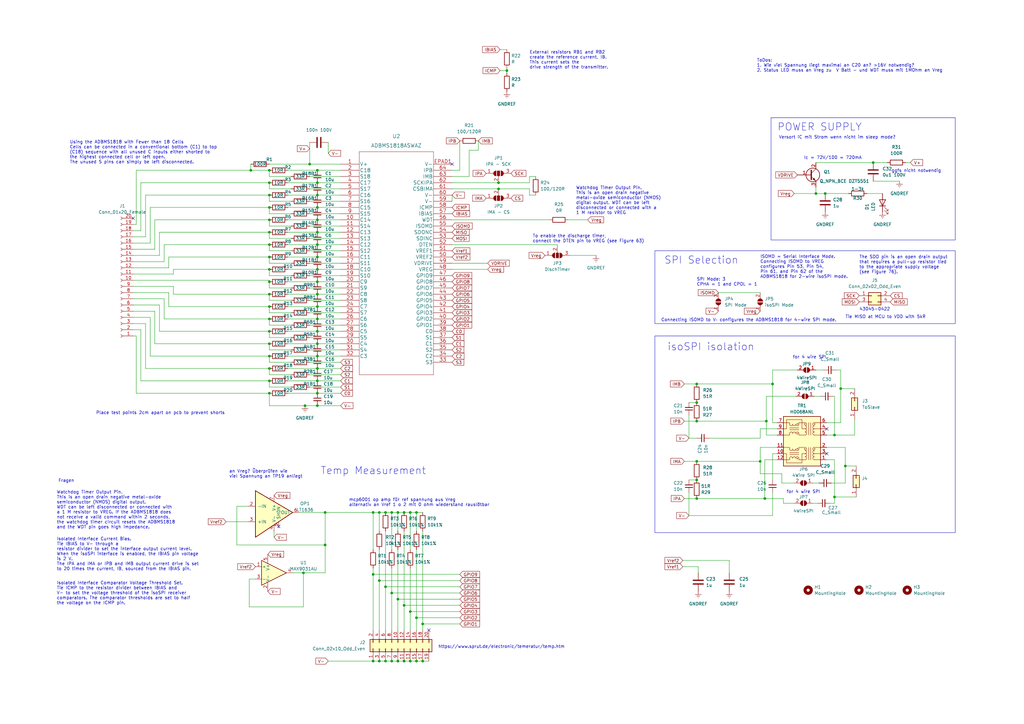
<source format=kicad_sch>
(kicad_sch (version 20230121) (generator eeschema)
  (paper "A3")
  (junction (at 130.175 161.29))
  (junction (at 163.195 245.745))
  (junction (at 110.49 115.57))
  (junction (at 163.195 210.185))
  (junction (at 127 67.31))
  (junction (at 110.49 135.89))
  (junction (at 110.49 105.41))
  (junction (at 168.275 271.145))
  (junction (at 110.49 69.85))
  (junction (at 334.645 79.375))
  (junction (at 130.175 90.17))
  (junction (at 110.49 161.29))
  (junction (at 110.49 146.05))
  (junction (at 130.175 125.73))
  (junction (at 168.275 210.185))
  (junction (at 313.69 204.47))
  (junction (at 155.575 271.145))
  (junction (at 130.175 80.01))
  (junction (at 130.175 74.93))
  (junction (at 342.265 178.435))
  (junction (at 110.49 100.33))
  (junction (at 173.355 255.905))
  (junction (at 170.815 271.145))
  (junction (at 110.49 156.21))
  (junction (at 130.175 85.09))
  (junction (at 155.575 210.185))
  (junction (at 311.785 189.23))
  (junction (at 165.735 271.145))
  (junction (at 338.455 79.375))
  (junction (at 110.49 85.09))
  (junction (at 130.175 135.89))
  (junction (at 316.865 157.48))
  (junction (at 133.35 223.52))
  (junction (at 133.35 210.185))
  (junction (at 124.46 234.95))
  (junction (at 130.175 166.37))
  (junction (at 342.265 203.835))
  (junction (at 130.175 100.33))
  (junction (at 130.175 140.97))
  (junction (at 160.655 243.205))
  (junction (at 130.175 130.81))
  (junction (at 110.49 125.73))
  (junction (at 285.75 157.48))
  (junction (at 285.75 172.72))
  (junction (at 110.49 130.81))
  (junction (at 130.175 105.41))
  (junction (at 130.175 156.21))
  (junction (at 285.75 189.23))
  (junction (at 110.49 120.65))
  (junction (at 110.49 140.97))
  (junction (at 110.49 74.93))
  (junction (at 160.655 210.185))
  (junction (at 158.115 240.665))
  (junction (at 204.47 77.47))
  (junction (at 165.735 248.285))
  (junction (at 346.71 191.135))
  (junction (at 130.175 95.25))
  (junction (at 110.49 151.13))
  (junction (at 110.49 80.01))
  (junction (at 130.175 69.85))
  (junction (at 130.175 146.05))
  (junction (at 170.815 253.365))
  (junction (at 130.175 151.13))
  (junction (at 207.899 28.956))
  (junction (at 102.87 69.85))
  (junction (at 160.655 271.145))
  (junction (at 130.175 115.57))
  (junction (at 170.815 210.185))
  (junction (at 130.175 110.49))
  (junction (at 153.035 271.145))
  (junction (at 168.275 250.825))
  (junction (at 125.095 166.37))
  (junction (at 110.49 95.25))
  (junction (at 158.115 210.185))
  (junction (at 314.325 172.72))
  (junction (at 130.175 120.65))
  (junction (at 163.195 271.145))
  (junction (at 155.575 238.125))
  (junction (at 110.49 110.49))
  (junction (at 285.75 165.1))
  (junction (at 153.035 235.585))
  (junction (at 110.49 90.17))
  (junction (at 285.75 196.85))
  (junction (at 204.47 74.93))
  (junction (at 344.805 159.385))
  (junction (at 153.035 210.185))
  (junction (at 358.14 66.675))
  (junction (at 165.735 210.185))
  (junction (at 285.75 204.47))
  (junction (at 158.115 271.145))
  (junction (at 173.355 271.145))
  (no_connect (at 114.3 215.9))
  (no_connect (at 175.895 258.445))
  (no_connect (at 54.61 89.535))
  (no_connect (at 185.42 67.31))
  (no_connect (at 339.09 186.055))
  (no_connect (at 339.09 175.895))
  (wire (pts (xy 155.575 210.185) (xy 158.115 210.185)))
  (wire (pts (xy 102.87 69.85) (xy 102.87 67.31)))
  (wire (pts (xy 59.69 151.13) (xy 59.69 132.715)))
  (wire (pts (xy 57.785 135.255) (xy 57.785 156.21)))
  (wire (pts (xy 336.55 162.56) (xy 334.01 162.56)))
  (wire (pts (xy 320.675 198.12) (xy 320.675 194.31)))
  (wire (pts (xy 217.17 72.39) (xy 219.71 72.39)))
  (wire (pts (xy 63.5 140.97) (xy 110.49 140.97)))
  (wire (pts (xy 282.575 201.93) (xy 282.575 211.455)))
  (wire (pts (xy 54.61 99.695) (xy 61.595 99.695)))
  (wire (pts (xy 160.655 233.045) (xy 160.655 243.205)))
  (wire (pts (xy 118.11 146.05) (xy 130.175 146.05)))
  (wire (pts (xy 124.46 248.92) (xy 102.235 248.92)))
  (wire (pts (xy 153.035 210.185) (xy 155.575 210.185)))
  (wire (pts (xy 314.325 162.56) (xy 314.325 172.72)))
  (wire (pts (xy 65.405 135.89) (xy 110.49 135.89)))
  (wire (pts (xy 65.405 95.25) (xy 110.49 95.25)))
  (wire (pts (xy 290.83 179.705) (xy 311.785 179.705)))
  (wire (pts (xy 127 148.59) (xy 139.7 148.59)))
  (wire (pts (xy 59.69 80.01) (xy 59.69 97.155)))
  (wire (pts (xy 110.49 85.09) (xy 110.49 87.63)))
  (wire (pts (xy 165.735 248.285) (xy 165.735 258.445)))
  (wire (pts (xy 67.31 130.81) (xy 110.49 130.81)))
  (wire (pts (xy 160.655 243.205) (xy 188.595 243.205)))
  (wire (pts (xy 118.11 110.49) (xy 130.175 110.49)))
  (wire (pts (xy 371.475 66.675) (xy 373.38 66.675)))
  (wire (pts (xy 67.31 100.33) (xy 67.31 107.315)))
  (wire (pts (xy 54.61 92.075) (xy 55.88 92.075)))
  (wire (pts (xy 127 102.87) (xy 139.7 102.87)))
  (wire (pts (xy 110.49 113.03) (xy 119.38 113.03)))
  (wire (pts (xy 219.71 80.01) (xy 217.17 80.01)))
  (wire (pts (xy 110.49 130.81) (xy 110.49 133.35)))
  (wire (pts (xy 134.62 58.42) (xy 134.62 62.865)))
  (wire (pts (xy 346.71 191.135) (xy 346.71 198.12)))
  (wire (pts (xy 118.11 130.81) (xy 130.175 130.81)))
  (wire (pts (xy 160.655 210.185) (xy 160.655 225.425)))
  (wire (pts (xy 280.67 204.47) (xy 285.75 204.47)))
  (wire (pts (xy 158.115 217.805) (xy 158.115 240.665)))
  (wire (pts (xy 124.46 234.95) (xy 120.015 234.95)))
  (wire (pts (xy 110.49 100.33) (xy 110.49 102.87)))
  (wire (pts (xy 158.115 271.145) (xy 160.655 271.145)))
  (wire (pts (xy 163.195 245.745) (xy 188.595 245.745)))
  (wire (pts (xy 110.49 125.73) (xy 110.49 128.27)))
  (wire (pts (xy 165.735 217.805) (xy 165.735 248.285)))
  (wire (pts (xy 110.49 90.17) (xy 110.49 92.71)))
  (wire (pts (xy 65.405 125.095) (xy 65.405 135.89)))
  (wire (pts (xy 185.42 100.33) (xy 228.6 100.33)))
  (wire (pts (xy 160.655 271.145) (xy 163.195 271.145)))
  (wire (pts (xy 130.175 146.05) (xy 139.7 146.05)))
  (wire (pts (xy 311.785 175.895) (xy 318.77 175.895)))
  (wire (pts (xy 192.405 61.595) (xy 196.215 61.595)))
  (wire (pts (xy 165.735 271.145) (xy 168.275 271.145)))
  (wire (pts (xy 335.915 198.12) (xy 333.375 198.12)))
  (wire (pts (xy 170.815 210.185) (xy 173.355 210.185)))
  (wire (pts (xy 130.175 151.13) (xy 139.7 151.13)))
  (wire (pts (xy 173.355 255.905) (xy 188.595 255.905)))
  (wire (pts (xy 55.88 161.29) (xy 110.49 161.29)))
  (wire (pts (xy 155.575 238.125) (xy 188.595 238.125)))
  (wire (pts (xy 280.67 157.48) (xy 285.75 157.48)))
  (wire (pts (xy 342.9 151.765) (xy 344.805 151.765)))
  (wire (pts (xy 170.815 225.425) (xy 170.815 253.365)))
  (wire (pts (xy 285.75 189.23) (xy 311.785 189.23)))
  (wire (pts (xy 204.47 77.47) (xy 217.17 77.47)))
  (wire (pts (xy 127 143.51) (xy 139.7 143.51)))
  (wire (pts (xy 185.42 110.49) (xy 200.025 110.49)))
  (wire (pts (xy 110.49 77.47) (xy 119.38 77.47)))
  (wire (pts (xy 285.75 157.48) (xy 316.865 157.48)))
  (wire (pts (xy 163.195 245.745) (xy 163.195 258.445)))
  (wire (pts (xy 110.49 72.39) (xy 119.38 72.39)))
  (wire (pts (xy 314.325 178.435) (xy 314.325 172.72)))
  (wire (pts (xy 54.61 125.095) (xy 65.405 125.095)))
  (wire (pts (xy 311.785 179.705) (xy 311.785 175.895)))
  (wire (pts (xy 170.815 253.365) (xy 170.815 258.445)))
  (wire (pts (xy 160.655 243.205) (xy 160.655 258.445)))
  (wire (pts (xy 350.52 178.435) (xy 350.52 172.085)))
  (wire (pts (xy 355.6 79.375) (xy 361.95 79.375)))
  (wire (pts (xy 127 87.63) (xy 139.7 87.63)))
  (wire (pts (xy 71.12 112.395) (xy 54.61 112.395)))
  (wire (pts (xy 110.49 148.59) (xy 119.38 148.59)))
  (wire (pts (xy 65.405 104.775) (xy 65.405 95.25)))
  (wire (pts (xy 173.355 217.805) (xy 173.355 255.905)))
  (wire (pts (xy 110.49 135.89) (xy 110.49 138.43)))
  (wire (pts (xy 163.195 271.145) (xy 165.735 271.145)))
  (wire (pts (xy 316.865 151.765) (xy 316.865 157.48)))
  (wire (pts (xy 63.5 127.635) (xy 54.61 127.635)))
  (wire (pts (xy 59.69 151.13) (xy 110.49 151.13)))
  (wire (pts (xy 285.75 204.47) (xy 313.69 204.47)))
  (wire (pts (xy 185.42 80.01) (xy 185.42 82.55)))
  (wire (pts (xy 168.275 210.185) (xy 170.815 210.185)))
  (wire (pts (xy 133.35 210.185) (xy 133.35 223.52)))
  (wire (pts (xy 344.805 173.355) (xy 344.805 159.385)))
  (wire (pts (xy 163.195 210.185) (xy 163.195 217.805)))
  (wire (pts (xy 118.11 115.57) (xy 130.175 115.57)))
  (wire (pts (xy 118.11 80.01) (xy 130.175 80.01)))
  (wire (pts (xy 173.355 255.905) (xy 173.355 258.445)))
  (wire (pts (xy 125.095 166.37) (xy 130.175 166.37)))
  (wire (pts (xy 168.275 210.185) (xy 168.275 225.425)))
  (wire (pts (xy 54.61 130.175) (xy 61.595 130.175)))
  (wire (pts (xy 127 92.71) (xy 139.7 92.71)))
  (wire (pts (xy 334.645 79.375) (xy 338.455 79.375)))
  (wire (pts (xy 55.88 92.075) (xy 55.88 69.85)))
  (wire (pts (xy 54.61 94.615) (xy 57.785 94.615)))
  (wire (pts (xy 185.42 107.95) (xy 200.025 107.95)))
  (wire (pts (xy 110.49 161.29) (xy 110.49 166.37)))
  (wire (pts (xy 127 67.31) (xy 139.7 67.31)))
  (wire (pts (xy 67.31 130.81) (xy 67.31 122.555)))
  (wire (pts (xy 205.105 28.956) (xy 207.899 28.956)))
  (wire (pts (xy 153.035 271.145) (xy 155.575 271.145)))
  (wire (pts (xy 318.77 178.435) (xy 314.325 178.435)))
  (wire (pts (xy 326.39 162.56) (xy 314.325 162.56)))
  (wire (pts (xy 217.17 80.01) (xy 217.17 77.47)))
  (wire (pts (xy 130.175 156.21) (xy 139.7 156.21)))
  (wire (pts (xy 110.49 115.57) (xy 110.49 118.11)))
  (wire (pts (xy 334.645 79.375) (xy 334.645 76.835)))
  (wire (pts (xy 185.42 72.39) (xy 192.405 72.39)))
  (wire (pts (xy 342.265 206.375) (xy 340.36 206.375)))
  (wire (pts (xy 110.49 133.35) (xy 119.38 133.35)))
  (wire (pts (xy 110.49 92.71) (xy 119.38 92.71)))
  (wire (pts (xy 342.265 203.835) (xy 342.265 206.375)))
  (wire (pts (xy 61.595 130.175) (xy 61.595 146.05)))
  (wire (pts (xy 160.655 210.185) (xy 163.195 210.185)))
  (wire (pts (xy 338.455 79.375) (xy 347.98 79.375)))
  (wire (pts (xy 127 97.79) (xy 139.7 97.79)))
  (wire (pts (xy 153.035 235.585) (xy 153.035 258.445)))
  (wire (pts (xy 127 158.75) (xy 139.7 158.75)))
  (wire (pts (xy 185.42 90.17) (xy 225.425 90.17)))
  (wire (pts (xy 110.49 69.85) (xy 102.87 69.85)))
  (wire (pts (xy 55.88 69.85) (xy 102.87 69.85)))
  (wire (pts (xy 130.175 80.01) (xy 139.7 80.01)))
  (wire (pts (xy 163.195 225.425) (xy 163.195 245.745)))
  (wire (pts (xy 346.71 191.135) (xy 351.155 191.135)))
  (wire (pts (xy 55.88 137.795) (xy 54.61 137.795)))
  (wire (pts (xy 155.575 238.125) (xy 155.575 258.445)))
  (wire (pts (xy 130.175 110.49) (xy 139.7 110.49)))
  (wire (pts (xy 110.49 97.79) (xy 119.38 97.79)))
  (wire (pts (xy 205.105 20.32) (xy 207.899 20.32)))
  (wire (pts (xy 63.5 90.17) (xy 63.5 102.235)))
  (wire (pts (xy 118.11 100.33) (xy 130.175 100.33)))
  (wire (pts (xy 280.67 189.23) (xy 285.75 189.23)))
  (wire (pts (xy 185.42 77.47) (xy 204.47 77.47)))
  (wire (pts (xy 110.49 158.75) (xy 119.38 158.75)))
  (wire (pts (xy 280.67 172.72) (xy 285.75 172.72)))
  (wire (pts (xy 185.42 74.93) (xy 204.47 74.93)))
  (wire (pts (xy 110.49 118.11) (xy 119.38 118.11)))
  (wire (pts (xy 118.11 125.73) (xy 130.175 125.73)))
  (wire (pts (xy 110.49 138.43) (xy 119.38 138.43)))
  (wire (pts (xy 61.595 99.695) (xy 61.595 85.09)))
  (wire (pts (xy 207.899 28.956) (xy 207.899 29.972)))
  (wire (pts (xy 188.595 57.785) (xy 188.595 69.85)))
  (wire (pts (xy 342.265 188.595) (xy 339.09 188.595)))
  (wire (pts (xy 127 113.03) (xy 139.7 113.03)))
  (wire (pts (xy 130.175 90.17) (xy 139.7 90.17)))
  (wire (pts (xy 54.61 114.935) (xy 110.49 114.935)))
  (wire (pts (xy 127 72.39) (xy 139.7 72.39)))
  (wire (pts (xy 71.12 120.65) (xy 71.12 117.475)))
  (wire (pts (xy 155.575 210.185) (xy 155.575 217.805)))
  (wire (pts (xy 127 133.35) (xy 139.7 133.35)))
  (wire (pts (xy 130.175 166.37) (xy 139.7 166.37)))
  (wire (pts (xy 217.17 74.93) (xy 217.17 72.39)))
  (wire (pts (xy 311.785 183.515) (xy 318.77 183.515)))
  (wire (pts (xy 118.11 135.89) (xy 130.175 135.89)))
  (wire (pts (xy 118.11 90.17) (xy 130.175 90.17)))
  (wire (pts (xy 170.815 271.145) (xy 173.355 271.145)))
  (wire (pts (xy 110.49 128.27) (xy 119.38 128.27)))
  (wire (pts (xy 102.235 248.92) (xy 102.235 237.49)))
  (wire (pts (xy 127 123.19) (xy 139.7 123.19)))
  (wire (pts (xy 285.75 172.72) (xy 314.325 172.72)))
  (wire (pts (xy 130.175 120.65) (xy 139.7 120.65)))
  (wire (pts (xy 97.155 207.645) (xy 101.6 207.645)))
  (wire (pts (xy 110.49 102.87) (xy 119.38 102.87)))
  (wire (pts (xy 318.77 188.595) (xy 313.69 188.595)))
  (wire (pts (xy 118.11 156.21) (xy 130.175 156.21)))
  (wire (pts (xy 110.49 156.21) (xy 110.49 158.75)))
  (wire (pts (xy 334.645 151.765) (xy 337.82 151.765)))
  (wire (pts (xy 339.09 173.355) (xy 344.805 173.355)))
  (wire (pts (xy 57.785 156.21) (xy 110.49 156.21)))
  (wire (pts (xy 110.49 114.935) (xy 110.49 115.57)))
  (wire (pts (xy 280.035 232.41) (xy 286.385 232.41)))
  (wire (pts (xy 286.385 232.41) (xy 286.385 234.95)))
  (wire (pts (xy 110.49 107.95) (xy 119.38 107.95)))
  (wire (pts (xy 325.755 206.375) (xy 321.31 206.375)))
  (wire (pts (xy 130.175 140.97) (xy 139.7 140.97)))
  (wire (pts (xy 63.5 102.235) (xy 54.61 102.235)))
  (wire (pts (xy 110.49 80.01) (xy 110.49 82.55)))
  (wire (pts (xy 69.215 105.41) (xy 69.215 109.855)))
  (wire (pts (xy 158.115 210.185) (xy 160.655 210.185)))
  (wire (pts (xy 170.815 210.185) (xy 170.815 217.805)))
  (wire (pts (xy 325.755 198.12) (xy 320.675 198.12)))
  (wire (pts (xy 155.575 271.145) (xy 158.115 271.145)))
  (wire (pts (xy 59.69 80.01) (xy 110.49 80.01)))
  (wire (pts (xy 67.31 122.555) (xy 54.61 122.555)))
  (wire (pts (xy 130.175 95.25) (xy 139.7 95.25)))
  (wire (pts (xy 71.12 110.49) (xy 110.49 110.49)))
  (wire (pts (xy 133.35 210.185) (xy 153.035 210.185)))
  (wire (pts (xy 63.5 90.17) (xy 110.49 90.17)))
  (wire (pts (xy 282.575 179.705) (xy 285.75 179.705)))
  (wire (pts (xy 282.575 196.85) (xy 285.75 196.85)))
  (wire (pts (xy 118.11 95.25) (xy 130.175 95.25)))
  (wire (pts (xy 313.69 188.595) (xy 313.69 204.47)))
  (wire (pts (xy 192.405 72.39) (xy 192.405 61.595)))
  (wire (pts (xy 59.69 132.715) (xy 54.61 132.715)))
  (wire (pts (xy 63.5 140.97) (xy 63.5 127.635)))
  (wire (pts (xy 316.865 196.85) (xy 316.865 186.055)))
  (wire (pts (xy 102.235 237.49) (xy 104.775 237.49)))
  (wire (pts (xy 127 82.55) (xy 139.7 82.55)))
  (wire (pts (xy 110.49 140.97) (xy 110.49 143.51)))
  (wire (pts (xy 316.865 211.455) (xy 282.575 211.455)))
  (wire (pts (xy 125.095 166.37) (xy 110.49 166.37)))
  (wire (pts (xy 316.865 173.355) (xy 318.77 173.355)))
  (wire (pts (xy 127 153.67) (xy 139.7 153.67)))
  (wire (pts (xy 155.575 225.425) (xy 155.575 238.125)))
  (wire (pts (xy 165.735 248.285) (xy 188.595 248.285)))
  (wire (pts (xy 118.11 69.85) (xy 130.175 69.85)))
  (wire (pts (xy 294.64 120.015) (xy 311.785 120.015)))
  (wire (pts (xy 130.175 74.93) (xy 139.7 74.93)))
  (wire (pts (xy 130.175 135.89) (xy 139.7 135.89)))
  (wire (pts (xy 153.035 233.045) (xy 153.035 235.585)))
  (wire (pts (xy 342.265 178.435) (xy 350.52 178.435)))
  (wire (pts (xy 130.175 105.41) (xy 139.7 105.41)))
  (wire (pts (xy 69.215 105.41) (xy 110.49 105.41)))
  (wire (pts (xy 118.11 85.09) (xy 130.175 85.09)))
  (wire (pts (xy 118.11 151.13) (xy 130.175 151.13)))
  (wire (pts (xy 321.31 204.47) (xy 313.69 204.47)))
  (wire (pts (xy 134.62 271.145) (xy 153.035 271.145)))
  (wire (pts (xy 335.28 206.375) (xy 333.375 206.375)))
  (wire (pts (xy 342.265 203.835) (xy 342.265 188.595)))
  (wire (pts (xy 110.49 151.13) (xy 110.49 153.67)))
  (wire (pts (xy 204.47 74.93) (xy 217.17 74.93)))
  (wire (pts (xy 163.195 210.185) (xy 165.735 210.185)))
  (wire (pts (xy 173.355 271.145) (xy 175.895 271.145)))
  (wire (pts (xy 207.899 28.956) (xy 207.899 27.94)))
  (wire (pts (xy 67.31 100.33) (xy 110.49 100.33)))
  (wire (pts (xy 110.49 105.41) (xy 110.49 107.95)))
  (wire (pts (xy 233.68 104.775) (xy 244.475 104.775)))
  (wire (pts (xy 358.14 66.675) (xy 363.855 66.675)))
  (wire (pts (xy 110.49 143.51) (xy 119.38 143.51)))
  (wire (pts (xy 196.215 61.595) (xy 196.215 57.785)))
  (wire (pts (xy 316.865 157.48) (xy 316.865 173.355)))
  (wire (pts (xy 228.6 100.33) (xy 228.6 100.965)))
  (wire (pts (xy 110.49 95.25) (xy 110.49 97.79)))
  (wire (pts (xy 97.155 223.52) (xy 133.35 223.52)))
  (wire (pts (xy 170.815 253.365) (xy 188.595 253.365)))
  (wire (pts (xy 127 118.11) (xy 139.7 118.11)))
  (wire (pts (xy 339.09 178.435) (xy 342.265 178.435)))
  (wire (pts (xy 130.175 100.33) (xy 139.7 100.33)))
  (wire (pts (xy 69.215 120.015) (xy 54.61 120.015)))
  (wire (pts (xy 188.595 69.85) (xy 185.42 69.85)))
  (wire (pts (xy 127 107.95) (xy 139.7 107.95)))
  (wire (pts (xy 334.645 66.675) (xy 358.14 66.675)))
  (wire (pts (xy 168.275 250.825) (xy 168.275 258.445)))
  (wire (pts (xy 110.49 69.85) (xy 110.49 72.39)))
  (wire (pts (xy 110.49 67.31) (xy 127 67.31)))
  (wire (pts (xy 61.595 85.09) (xy 110.49 85.09)))
  (wire (pts (xy 299.085 229.87) (xy 299.085 234.95)))
  (wire (pts (xy 69.215 109.855) (xy 54.61 109.855)))
  (wire (pts (xy 339.09 183.515) (xy 346.71 183.515)))
  (wire (pts (xy 110.49 123.19) (xy 119.38 123.19)))
  (wire (pts (xy 153.035 225.425) (xy 153.035 210.185)))
  (wire (pts (xy 280.035 229.87) (xy 299.085 229.87)))
  (wire (pts (xy 118.11 140.97) (xy 130.175 140.97)))
  (wire (pts (xy 133.35 223.52) (xy 133.35 234.95)))
  (wire (pts (xy 158.115 240.665) (xy 158.115 258.445)))
  (wire (pts (xy 168.275 250.825) (xy 188.595 250.825)))
  (wire (pts (xy 233.045 90.17) (xy 241.046 90.17)))
  (wire (pts (xy 61.595 146.05) (xy 110.49 146.05)))
  (wire (pts (xy 158.115 240.665) (xy 188.595 240.665)))
  (wire (pts (xy 342.265 162.56) (xy 341.63 162.56)))
  (wire (pts (xy 71.12 110.49) (xy 71.12 112.395)))
  (wire (pts (xy 110.49 153.67) (xy 119.38 153.67)))
  (wire (pts (xy 57.785 74.93) (xy 110.49 74.93)))
  (wire (pts (xy 130.175 85.09) (xy 139.7 85.09)))
  (wire (pts (xy 130.175 125.73) (xy 139.7 125.73)))
  (wire (pts (xy 130.175 69.85) (xy 139.7 69.85)))
  (wire (pts (xy 92.71 213.995) (xy 101.6 213.995)))
  (wire (pts (xy 54.61 135.255) (xy 57.785 135.255)))
  (wire (pts (xy 57.785 74.93) (xy 57.785 94.615)))
  (wire (pts (xy 110.49 87.63) (xy 119.38 87.63)))
  (wire (pts (xy 316.865 201.93) (xy 316.865 211.455)))
  (wire (pts (xy 282.575 170.18) (xy 282.575 179.705)))
  (wire (pts (xy 321.31 206.375) (xy 321.31 204.47)))
  (wire (pts (xy 311.785 194.31) (xy 311.785 189.23)))
  (wire (pts (xy 54.61 104.775) (xy 65.405 104.775)))
  (wire (pts (xy 342.265 203.835) (xy 351.155 203.835)))
  (wire (pts (xy 71.12 117.475) (xy 54.61 117.475)))
  (wire (pts (xy 127 77.47) (xy 139.7 77.47)))
  (wire (pts (xy 344.805 151.765) (xy 344.805 159.385)))
  (wire (pts (xy 350.52 159.385) (xy 344.805 159.385)))
  (wire (pts (xy 97.155 223.52) (xy 97.155 207.645)))
  (wire (pts (xy 118.11 105.41) (xy 130.175 105.41)))
  (wire (pts (xy 110.49 74.93) (xy 110.49 77.47)))
  (wire (pts (xy 69.215 125.73) (xy 110.49 125.73)))
  (wire (pts (xy 165.735 210.185) (xy 168.275 210.185)))
  (wire (pts (xy 110.49 82.55) (xy 119.38 82.55)))
  (wire (pts (xy 130.175 130.81) (xy 139.7 130.81)))
  (wire (pts (xy 342.265 178.435) (xy 342.265 162.56)))
  (wire (pts (xy 346.71 198.12) (xy 340.995 198.12)))
  (wire (pts (xy 110.49 120.65) (xy 110.49 123.19)))
  (wire (pts (xy 282.575 165.1) (xy 285.75 165.1)))
  (wire (pts (xy 69.215 125.73) (xy 69.215 120.015)))
  (wire (pts (xy 325.755 79.375) (xy 334.645 79.375)))
  (wire (pts (xy 110.49 110.49) (xy 110.49 113.03)))
  (wire (pts (xy 127 138.43) (xy 139.7 138.43)))
  (wire (pts (xy 124.46 234.95) (xy 124.46 248.92)))
  (wire (pts (xy 71.12 120.65) (xy 110.49 120.65)))
  (wire (pts (xy 127 128.27) (xy 139.7 128.27)))
  (wire (pts (xy 168.275 233.045) (xy 168.275 250.825)))
  (wire (pts (xy 112.395 217.805) (xy 112.395 220.345)))
  (wire (pts (xy 122.555 210.185) (xy 133.35 210.185)))
  (wire (pts (xy 110.49 146.05) (xy 110.49 148.59)))
  (wire (pts (xy 67.31 107.315) (xy 54.61 107.315)))
  (wire (pts (xy 320.675 194.31) (xy 311.785 194.31)))
  (wire (pts (xy 130.175 161.29) (xy 139.7 161.29)))
  (wire (pts (xy 327.025 151.765) (xy 316.865 151.765)))
  (wire (pts (xy 346.71 183.515) (xy 346.71 191.135)))
  (wire (pts (xy 153.035 235.585) (xy 188.595 235.585)))
  (wire (pts (xy 118.11 161.29) (xy 130.175 161.29)))
  (wire (pts (xy 118.11 74.93) (xy 130.175 74.93)))
  (wire (pts (xy 311.785 189.23) (xy 311.785 183.515)))
  (wire (pts (xy 358.14 74.295) (xy 368.935 74.295)))
  (wire (pts (xy 316.865 186.055) (xy 318.77 186.055)))
  (wire (pts (xy 54.61 97.155) (xy 59.69 97.155)))
  (wire (pts (xy 127 58.42) (xy 127 67.31)))
  (wire (pts (xy 130.175 115.57) (xy 139.7 115.57)))
  (wire (pts (xy 168.275 271.145) (xy 170.815 271.145)))
  (wire (pts (xy 55.88 161.29) (xy 55.88 137.795)))
  (wire (pts (xy 133.35 234.95) (xy 124.46 234.95)))
  (wire (pts (xy 118.11 120.65) (xy 130.175 120.65)))
  (rectangle (start 268.605 102.87) (end 391.795 132.715))
  (rectangle (start 316.23 48.26) (end 391.795 98.425))
  (rectangle (start 268.605 137.795) (end 391.795 218.44))
  (text "ToDos: \n1. Wie viel Spannung liegt maximal an C20 an? >16V notwendig?\n2. Status LED muss an Vreg zu  V Batt - und WDT muss mit 1MOhm an Vreg\n\n" (at 310.388 31.75 0) (effects (font (size 1.27 1.27)) (justify left bottom)))
  (text "https://www.sprut.de/electronic/temeratur/temp.htm" (at 179.705 266.065 0) (effects (font (size 1.27 1.27)) (justify left bottom)))
  (text "Watchdog Timer Output Pin. \nThis is an open drain negative metal-oxide \nsemiconductor (NMOS) digital output. \nWDT can be left disconnected or connected with \na 1 M resistor to VREG. If the ADBMS1818 does \nnot receive a valid command within 2 seconds, \nthe watchdog timer circuit resets the ADBMS1818 \nand the WDT pin goes high impedance." (at 23.241 217.043 0) (effects (font (size 1.27 1.27)) (justify left bottom)))
  (text "Watchdog Timer Output Pin.\nThis is an open drain negative \nmetal-oxide semiconductor (NMOS)\ndigital output. WDT can be left \ndisconnected or connected with a \n1 M resistor to VREG" (at 236.22 88.138 0) (effects (font (size 1.27 1.27)) (justify left bottom)))
  (text "SPI Selection" (at 272.415 108.585 0) (effects (font (size 3 3)) (justify left bottom)))
  (text "Place test points 2cm apart on pcb to prevent shorts\n" (at 39.37 170.18 0) (effects (font (size 1.27 1.27)) (justify left bottom)))
  (text "POWER SUPPLY" (at 318.77 53.975 0) (effects (font (size 3 3)) (justify left bottom)))
  (text "To enable the discharge timer,\nconnect the DTEN pin to VREG (see Figure 63)" (at 218.44 99.695 0) (effects (font (size 1.27 1.27)) (justify left bottom)))
  (text "Temp Measurement" (at 131.445 194.945 0) (effects (font (size 3 3)) (justify left bottom)))
  (text "SPI Mode: 3\nCPHA = 1 and CPOL = 1\n" (at 285.75 117.475 0) (effects (font (size 1.27 1.27)) (justify left bottom)))
  (text "Isolated Interface Current Bias.\nTie IBIAS to V- through a \nresistor divider to set the interface output current level. \nWhen the isoSPI interface is enabled, the IBIAS pin voltage \nis 2 V. \nThe IPA and IMA or IPB and IMB output current drive is set \nto 20 times the current, IB, sourced from the IBIAS pin." (at 23.241 234.188 0) (effects (font (size 1.27 1.27)) (justify left bottom)))
  (text "Ic = 72V/100 = 720mA" (at 329.692 65.532 0) (effects (font (size 1.27 1.27)) (justify left bottom)))
  (text "for 4 wire SPI" (at 322.58 202.565 0) (effects (font (size 1.27 1.27)) (justify left bottom)))
  (text "isoSPI isolation" (at 273.685 144.145 0) (effects (font (size 3 3)) (justify left bottom)))
  (text "an Vreg? Überprüfen wie\nviel Spannung an TP19 anliegt" (at 93.98 196.215 0) (effects (font (size 1.27 1.27)) (justify left bottom)))
  (text "43045-0422" (at 352.425 127.635 0) (effects (font (size 1.27 1.27)) (justify left bottom)))
  (text "mcp6001 op amp für ref spannung aus Vreg\nalternativ an Vref 1 o 2 mit 0 ohm wiederstand rauslötbar" (at 143.129 207.899 0) (effects (font (size 1.27 1.27)) (justify left bottom)))
  (text "for 4 wire SPI" (at 325.12 147.32 0) (effects (font (size 1.27 1.27)) (justify left bottom)))
  (text "External resistors RB1 and RB2\ncreate the reference current, IB.\nThis current sets the \ndrive strength of the transmitter.\n\n" (at 217.17 30.48 0) (effects (font (size 1.27 1.27)) (justify left bottom)))
  (text "Using the ADBMS1818 with Fewer than 18 Cells\nCells can be connected in a conventional bottom (C1) to top \n(C18) sequence with all unused C inputs either shorted to \nthe highest connected cell or left open. \nThe unused S pins can simply be left disconnected." (at 28.575 67.31 0) (effects (font (size 1.27 1.27)) (justify left bottom)))
  (text "Tie MISO at MCU to VDD with 5kR" (at 346.71 130.81 0) (effects (font (size 1.27 1.27)) (justify left bottom)))
  (text "ggfs nicht notwendig" (at 365.633 70.866 0) (effects (font (size 1.27 1.27)) (justify left bottom)))
  (text "Versort iC mit Strom wenn nicht im sleep mode?" (at 319.405 57.15 0) (effects (font (size 1.27 1.27)) (justify left bottom)))
  (text "Isolated Interface Comparator Voltage Threshold Set.\nTie ICMP to the resistor divider between IBIAS and \nV- to set the voltage threshold of the isoSPI receiver \ncomparators. The comparator thresholds are set to half \nthe voltage on the ICMP pin." (at 23.241 248.158 0) (effects (font (size 1.27 1.27)) (justify left bottom)))
  (text "ISOMD = Serial Interface Mode. \nConnecting ISOMD to VREG \nconfigures Pin 53, Pin 54, \nPin 61, and Pin 62 of the \nADBMS1818 for 2-wire isoSPI mode." (at 311.785 114.3 0) (effects (font (size 1.27 1.27)) (justify left bottom)))
  (text "Connecting ISOMD to V– configures the ADBMS1818 for 4-wire SPI mode." (at 271.145 132.08 0) (effects (font (size 1.27 1.27)) (justify left bottom)))
  (text "Fragen" (at 23.876 197.993 0) (effects (font (size 1.27 1.27)) (justify left bottom)))
  (text "The SDO pin is an open drain output\nthat requires a pull-up resistor tied \nto the appropriate supply voltage\n(see Figure 76)." (at 352.425 112.395 0) (effects (font (size 1.27 1.27)) (justify left bottom)))
  (global_label "VDRIVE" (shape input) (at 200.025 107.95 0) (property "Intersheetrefs" "${INTERSHEET_REFS}" (effects hide)))
  (global_label "GPIO4" (shape input) (at 185.42 125.73 0) (property "Intersheetrefs" "${INTERSHEET_REFS}" (effects hide)))
  (global_label "S1" (shape input) (at 185.42 138.43 0) (property "Intersheetrefs" "${INTERSHEET_REFS}" (effects hide)))
  (global_label "GPIO6" (shape input) (at 188.595 243.205 0) (property "Intersheetrefs" "${INTERSHEET_REFS}" (effects hide)))
  (global_label "Vref1" (shape input) (at 280.035 232.41 180) (property "Intersheetrefs" "${INTERSHEET_REFS}" (effects hide)))
  (global_label "ISOMD" (shape input) (at 185.42 92.71 0) (property "Intersheetrefs" "${INTERSHEET_REFS}" (effects hide)))
  (global_label "V-" (shape input) (at 109.855 242.57 0) (property "Intersheetrefs" "${INTERSHEET_REFS}" (effects hide)))
  (global_label "IBIAS" (shape input) (at 185.42 87.63 0) (property "Intersheetrefs" "${INTERSHEET_REFS}" (effects hide)))
  (global_label "Vreg" (shape input) (at 112.395 203.2 0) (property "Intersheetrefs" "${INTERSHEET_REFS}" (effects hide)))
  (global_label "GPIO6" (shape input) (at 185.42 120.65 0) (property "Intersheetrefs" "${INTERSHEET_REFS}" (effects hide)))
  (global_label "V-" (shape input) (at 134.62 62.865 0) (property "Intersheetrefs" "${INTERSHEET_REFS}" (effects hide)))
  (global_label "VDRIVE" (shape input) (at 327.025 71.755 180) (property "Intersheetrefs" "${INTERSHEET_REFS}" (effects hide)))
  (global_label "GPIO4" (shape input) (at 188.595 248.285 0) (property "Intersheetrefs" "${INTERSHEET_REFS}" (effects hide)))
  (global_label "Vref2" (shape input) (at 104.775 232.41 180) (property "Intersheetrefs" "${INTERSHEET_REFS}" (effects hide)))
  (global_label "C1" (shape input) (at 139.7 156.21 0) (property "Intersheetrefs" "${INTERSHEET_REFS}" (effects hide)))
  (global_label "GPIO2" (shape input) (at 188.595 253.365 0) (property "Intersheetrefs" "${INTERSHEET_REFS}" (effects hide)))
  (global_label "S3" (shape input) (at 139.7 148.59 0) (property "Intersheetrefs" "${INTERSHEET_REFS}" (effects hide)))
  (global_label "Vreg" (shape input) (at 223.52 104.775 180) (property "Intersheetrefs" "${INTERSHEET_REFS}" (effects hide)))
  (global_label "GPIO7" (shape input) (at 188.595 240.665 0) (property "Intersheetrefs" "${INTERSHEET_REFS}" (effects hide)))
  (global_label "Vref2" (shape input) (at 92.71 213.995 180) (property "Intersheetrefs" "${INTERSHEET_REFS}" (effects hide)))
  (global_label "V-" (shape input) (at 112.395 220.345 0) (property "Intersheetrefs" "${INTERSHEET_REFS}" (effects hide)))
  (global_label "SCK" (shape input) (at 209.55 71.12 0) (property "Intersheetrefs" "${INTERSHEET_REFS}" (effects hide)))
  (global_label "S3" (shape input) (at 185.42 148.59 0) (property "Intersheetrefs" "${INTERSHEET_REFS}" (effects hide)))
  (global_label "CS" (shape input) (at 209.55 81.28 0) (property "Intersheetrefs" "${INTERSHEET_REFS}" (effects hide)))
  (global_label "IMA" (shape input) (at 280.67 189.23 180) (property "Intersheetrefs" "${INTERSHEET_REFS}" (effects hide)))
  (global_label "V-" (shape input) (at 282.575 179.705 180) (property "Intersheetrefs" "${INTERSHEET_REFS}" (effects hide)))
  (global_label "MOSI" (shape input) (at 185.42 97.79 0) (property "Intersheetrefs" "${INTERSHEET_REFS}" (effects hide)))
  (global_label "Vref2" (shape input) (at 185.42 105.41 0) (property "Intersheetrefs" "${INTERSHEET_REFS}" (effects hide)))
  (global_label "GPIO9" (shape input) (at 185.42 113.03 0) (property "Intersheetrefs" "${INTERSHEET_REFS}" (effects hide)))
  (global_label "GPIO9" (shape input) (at 188.595 235.585 0) (property "Intersheetrefs" "${INTERSHEET_REFS}" (effects hide)))
  (global_label "ICMP" (shape input) (at 205.105 28.956 180) (property "Intersheetrefs" "${INTERSHEET_REFS}" (effects hide)))
  (global_label "MOSI" (shape input) (at 352.425 123.825 180) (property "Intersheetrefs" "${INTERSHEET_REFS}" (effects hide)))
  (global_label "GPIO1" (shape input) (at 188.595 255.905 0) (property "Intersheetrefs" "${INTERSHEET_REFS}" (effects hide)))
  (global_label "V-" (shape input) (at 134.62 271.145 180) (property "Intersheetrefs" "${INTERSHEET_REFS}" (effects hide)))
  (global_label "GPIO5" (shape input) (at 185.42 123.19 0) (property "Intersheetrefs" "${INTERSHEET_REFS}" (effects hide)))
  (global_label "C2" (shape input) (at 185.42 146.05 0) (property "Intersheetrefs" "${INTERSHEET_REFS}" (effects hide)))
  (global_label "IBIAS" (shape input) (at 205.105 20.32 180) (property "Intersheetrefs" "${INTERSHEET_REFS}" (effects hide)))
  (global_label "Vreg" (shape input) (at 311.785 127.635 180) (property "Intersheetrefs" "${INTERSHEET_REFS}" (effects hide)))
  (global_label "Vreg" (shape input) (at 241.046 90.17 0) (property "Intersheetrefs" "${INTERSHEET_REFS}" (effects hide)))
  (global_label "Vreg" (shape input) (at 325.755 79.375 180) (property "Intersheetrefs" "${INTERSHEET_REFS}" (effects hide)))
  (global_label "IMA" (shape input) (at 199.39 81.28 180) (property "Intersheetrefs" "${INTERSHEET_REFS}" (effects hide)))
  (global_label "V+" (shape input) (at 127 60.96 180) (property "Intersheetrefs" "${INTERSHEET_REFS}" (effects hide)))
  (global_label "GPIO3" (shape input) (at 188.595 250.825 0) (property "Intersheetrefs" "${INTERSHEET_REFS}" (effects hide)))
  (global_label "GPIO5" (shape input) (at 188.595 245.745 0) (property "Intersheetrefs" "${INTERSHEET_REFS}" (effects hide)))
  (global_label "C2" (shape input) (at 139.7 151.13 0) (property "Intersheetrefs" "${INTERSHEET_REFS}" (effects hide)))
  (global_label "C1" (shape input) (at 185.42 140.97 0) (property "Intersheetrefs" "${INTERSHEET_REFS}" (effects hide)))
  (global_label "Vref2" (shape input) (at 280.035 229.87 180) (property "Intersheetrefs" "${INTERSHEET_REFS}" (effects hide)))
  (global_label "IPB" (shape input) (at 188.595 57.785 180) (property "Intersheetrefs" "${INTERSHEET_REFS}" (effects hide)))
  (global_label "MISO" (shape input) (at 365.125 123.825 0) (property "Intersheetrefs" "${INTERSHEET_REFS}" (effects hide)))
  (global_label "Vreg" (shape input) (at 200.025 110.49 0) (property "Intersheetrefs" "${INTERSHEET_REFS}" (effects hide)))
  (global_label "Vreg" (shape input) (at 109.855 227.33 0) (property "Intersheetrefs" "${INTERSHEET_REFS}" (effects hide)))
  (global_label "IMB" (shape input) (at 196.215 57.785 0) (property "Intersheetrefs" "${INTERSHEET_REFS}" (effects hide)))
  (global_label "IPA" (shape input) (at 280.67 204.47 180) (property "Intersheetrefs" "${INTERSHEET_REFS}" (effects hide)))
  (global_label "V+" (shape input) (at 373.38 66.675 0) (property "Intersheetrefs" "${INTERSHEET_REFS}" (effects hide)))
  (global_label "GPIO7" (shape input) (at 185.42 118.11 0) (property "Intersheetrefs" "${INTERSHEET_REFS}" (effects hide)))
  (global_label "IPB" (shape input) (at 280.67 172.72 180) (property "Intersheetrefs" "${INTERSHEET_REFS}" (effects hide)))
  (global_label "S2" (shape input) (at 185.42 143.51 0) (property "Intersheetrefs" "${INTERSHEET_REFS}" (effects hide)))
  (global_label "GPIO8" (shape input) (at 185.42 115.57 0) (property "Intersheetrefs" "${INTERSHEET_REFS}" (effects hide)))
  (global_label "C0" (shape input) (at 185.42 135.89 0) (property "Intersheetrefs" "${INTERSHEET_REFS}" (effects hide)))
  (global_label "GPIO2" (shape input) (at 185.42 130.81 0) (property "Intersheetrefs" "${INTERSHEET_REFS}" (effects hide)))
  (global_label "CS" (shape input) (at 365.125 121.285 0) (property "Intersheetrefs" "${INTERSHEET_REFS}" (effects hide)))
  (global_label "GPIO1" (shape input) (at 185.42 133.35 0) (property "Intersheetrefs" "${INTERSHEET_REFS}" (effects hide)))
  (global_label "C0" (shape input) (at 139.7 161.29 0) (property "Intersheetrefs" "${INTERSHEET_REFS}" (effects hide)))
  (global_label "Vref1" (shape input) (at 185.42 102.87 0) (property "Intersheetrefs" "${INTERSHEET_REFS}" (effects hide)))
  (global_label "IPA" (shape input) (at 199.39 71.12 180) (property "Intersheetrefs" "${INTERSHEET_REFS}" (effects hide)))
  (global_label "ISOMD" (shape input) (at 294.64 120.015 180) (property "Intersheetrefs" "${INTERSHEET_REFS}" (effects hide)))
  (global_label "GPIO8" (shape input) (at 188.595 238.125 0) (property "Intersheetrefs" "${INTERSHEET_REFS}" (effects hide)))
  (global_label "ICMP" (shape input) (at 185.42 85.09 0) (property "Intersheetrefs" "${INTERSHEET_REFS}" (effects hide)))
  (global_label "V-" (shape input) (at 139.7 166.37 0) (property "Intersheetrefs" "${INTERSHEET_REFS}" (effects hide)))
  (global_label "V-" (shape input) (at 185.42 80.01 0) (property "Intersheetrefs" "${INTERSHEET_REFS}" (effects hide)))
  (global_label "V-" (shape input) (at 294.64 127.635 180) (property "Intersheetrefs" "${INTERSHEET_REFS}" (effects hide)))
  (global_label "S1" (shape input) (at 139.7 158.75 0) (property "Intersheetrefs" "${INTERSHEET_REFS}" (effects hide)))
  (global_label "S2" (shape input) (at 139.7 153.67 0) (property "Intersheetrefs" "${INTERSHEET_REFS}" (effects hide)))
  (global_label "MISO" (shape input) (at 185.42 95.25 0) (property "Intersheetrefs" "${INTERSHEET_REFS}" (effects hide)))
  (global_label "V-" (shape input) (at 282.575 211.455 180) (property "Intersheetrefs" "${INTERSHEET_REFS}" (effects hide)))
  (global_label "GPIO3" (shape input) (at 185.42 128.27 0) (property "Intersheetrefs" "${INTERSHEET_REFS}" (effects hide)))
  (global_label "IMB" (shape input) (at 280.67 157.48 180) (property "Intersheetrefs" "${INTERSHEET_REFS}" (effects hide)))
  (global_label "SCK" (shape input) (at 352.425 121.285 180) (property "Intersheetrefs" "${INTERSHEET_REFS}" (effects hide)))
  (symbol (lib_id "Device:R") (at 123.19 133.35 90) (unit 1)
    (property "Reference" "R6B1" (at 127 132.08 90))
    (property "Value" "33R" (at 123.19 133.35 90))
    (property "Footprint" "Resistor_SMD:R_1206_3216Metric_Pad1.30x1.75mm_HandSolder" (effects hide))
  )
  (symbol (lib_id "Device:C_Small") (at 130.175 158.75 0) (unit 1)
    (property "Reference" "C18" (at 132.715 157.4863 0) (effects (justify left)))
    (property "Value" "10u" (at 132.715 160.0263 0) (effects (justify left)))
    (property "Footprint" "Capacitor_SMD:C_0603_1608Metric_Pad1.08x0.95mm_HandSolder" (effects hide))
  )
  (symbol (lib_id "Device:R") (at 114.3 85.09 90) (unit 1)
    (property "Reference" "R5" (at 118.11 83.82 90))
    (property "Value" "10R" (at 114.3 85.09 90))
    (property "Footprint" "Resistor_SMD:R_1206_3216Metric_Pad1.30x1.75mm_HandSolder" (effects hide))
  )
  (symbol (lib_id "Device:C_Small") (at 130.175 148.59 0) (unit 1)
    (property "Reference" "C16" (at 133.35 147.3263 0) (effects (justify left)))
    (property "Value" "10u" (at 133.35 149.8663 0) (effects (justify left)))
    (property "Footprint" "Capacitor_SMD:C_0603_1608Metric_Pad1.08x0.95mm_HandSolder" (effects hide))
  )
  (symbol (lib_id "power:GNDREF") (at 125.095 166.37 0) (unit 1)
    (property "Reference" "#PWR01" (effects hide))
    (property "Value" "GNDREF" (at 125.095 171.45 0))
  )
  (symbol (lib_id "Jumper:SolderJumper_2_Open") (at 294.64 123.825 90) (unit 1)
    (property "Reference" "JP4" (at 297.18 122.555 90) (effects (justify right)))
    (property "Value" "SPI Mode" (at 297.18 125.095 90) (effects (justify right)))
    (property "Footprint" "Jumper:SolderJumper-2_P1.3mm_Open_TrianglePad1.0x1.5mm" (effects hide))
  )
  (symbol (lib_id "Device:R") (at 114.3 140.97 90) (unit 1)
    (property "Reference" "R16" (at 118.11 139.7 90))
    (property "Value" "10R" (at 114.3 140.97 90))
    (property "Footprint" "Resistor_SMD:R_1206_3216Metric_Pad1.30x1.75mm_HandSolder" (effects hide))
  )
  (symbol (lib_id "Device:R") (at 160.655 229.235 180) (unit 1)
    (property "Reference" "RT4" (at 162.56 227.9649 0) (effects (justify right)))
    (property "Value" "10k1%" (at 162.56 230.5049 0) (effects (justify right)))
    (property "Footprint" "Resistor_SMD:R_1206_3216Metric_Pad1.30x1.75mm_HandSolder" (effects hide))
  )
  (symbol (lib_id "Device:C_Small") (at 340.36 151.765 90) (unit 1)
    (property "Reference" "C31" (at 340.3663 144.78 90))
    (property "Value" "C_Small" (at 340.3663 147.32 90))
    (property "Footprint" "Capacitor_SMD:C_1206_3216Metric_Pad1.33x1.80mm_HandSolder" (effects hide))
  )
  (symbol (lib_id "Device:R") (at 123.19 148.59 90) (unit 1)
    (property "Reference" "R3B1" (at 127 147.32 90))
    (property "Value" "33R" (at 123.19 148.59 90))
    (property "Footprint" "Resistor_SMD:R_1206_3216Metric_Pad1.30x1.75mm_HandSolder" (effects hide))
  )
  (symbol (lib_id "Device:R") (at 123.19 97.79 90) (unit 1)
    (property "Reference" "R13B1" (at 127 96.52 90))
    (property "Value" "33R" (at 123.19 97.79 90))
    (property "Footprint" "Resistor_SMD:R_1206_3216Metric_Pad1.30x1.75mm_HandSolder" (effects hide))
  )
  (symbol (lib_id "Device:R") (at 123.19 102.87 90) (unit 1)
    (property "Reference" "R12B1" (at 127 101.6 90))
    (property "Value" "33R" (at 123.19 102.87 90))
    (property "Footprint" "Resistor_SMD:R_1206_3216Metric_Pad1.30x1.75mm_HandSolder" (effects hide))
  )
  (symbol (lib_id "Device:R") (at 114.3 90.17 90) (unit 1)
    (property "Reference" "R6" (at 118.11 88.9 90))
    (property "Value" "10R" (at 114.3 90.17 90))
    (property "Footprint" "Resistor_SMD:R_1206_3216Metric_Pad1.30x1.75mm_HandSolder" (effects hide))
  )
  (symbol (lib_id "Device:R") (at 123.19 153.67 90) (unit 1)
    (property "Reference" "R2B1" (at 127 152.4 90))
    (property "Value" "33R" (at 123.19 153.67 90))
    (property "Footprint" "Resistor_SMD:R_1206_3216Metric_Pad1.30x1.75mm_HandSolder" (effects hide))
  )
  (symbol (lib_id "Device:R") (at 351.79 79.375 270) (unit 1)
    (property "Reference" "R30" (at 351.79 81.28 90))
    (property "Value" "1-3k" (at 351.79 77.47 90))
    (property "Footprint" "Resistor_SMD:R_1206_3216Metric_Pad1.30x1.75mm_HandSolder" (effects hide))
  )
  (symbol (lib_id "Device:R") (at 158.115 213.995 180) (unit 1)
    (property "Reference" "RT3" (at 160.02 212.7249 0) (effects (justify right)))
    (property "Value" "10k1%" (at 160.02 215.2649 0) (effects (justify right)))
    (property "Footprint" "Resistor_SMD:R_1206_3216Metric_Pad1.30x1.75mm_HandSolder" (effects hide))
  )
  (symbol (lib_id "Device:C_Small") (at 130.175 87.63 0) (unit 1)
    (property "Reference" "C4" (at 133.35 86.3663 0) (effects (justify left)))
    (property "Value" "10u" (at 133.35 88.9063 0) (effects (justify left)))
    (property "Footprint" "Capacitor_SMD:C_0603_1608Metric_Pad1.08x0.95mm_HandSolder" (effects hide))
  )
  (symbol (lib_id "Device:R") (at 207.899 24.13 0) (unit 1)
    (property "Reference" "R22" (at 209.677 22.8599 0) (effects (justify left)))
    (property "Value" "R" (at 209.677 25.3999 0) (effects (justify left)))
    (property "Footprint" "Resistor_SMD:R_1206_3216Metric_Pad1.30x1.75mm_HandSolder" (effects hide))
  )
  (symbol (lib_id "Jumper:SolderJumper_3_Open") (at 204.47 71.12 0) (unit 1)
    (property "Reference" "JP1" (at 204.47 64.77 0))
    (property "Value" "IPA - SCK" (at 204.47 67.31 0))
    (property "Footprint" "Jumper:SolderJumper-3_P2.0mm_Open_TrianglePad1.0x1.5mm" (effects hide))
  )
  (symbol (lib_id "Device:R") (at 285.75 193.04 0) (unit 1)
    (property "Reference" "R28" (at 288.29 191.77 0) (effects (justify left)))
    (property "Value" "51R" (at 288.29 194.31 0) (effects (justify left)))
    (property "Footprint" "Resistor_SMD:R_1206_3216Metric_Pad1.30x1.75mm_HandSolder" (effects hide))
  )
  (symbol (lib_id "Device:R") (at 168.275 229.235 180) (unit 1)
    (property "Reference" "RT7" (at 170.18 227.9649 0) (effects (justify right)))
    (property "Value" "10k1%" (at 170.18 230.5049 0) (effects (justify right)))
    (property "Footprint" "Resistor_SMD:R_1206_3216Metric_Pad1.30x1.75mm_HandSolder" (effects hide))
  )
  (symbol (lib_id "Device:C") (at 299.085 238.76 0) (unit 1)
    (property "Reference" "C25" (at 303.149 237.4899 0) (effects (justify left)))
    (property "Value" "1u " (at 303.149 240.0299 0) (effects (justify left)))
    (property "Footprint" "Capacitor_SMD:C_1206_3216Metric_Pad1.33x1.80mm_HandSolder" (effects hide))
  )
  (symbol (lib_id "Mechanical:MountingHole") (at 372.11 242.062 0) (unit 1)
    (property "Reference" "H3" (at 374.65 240.7919 0) (effects (justify left)))
    (property "Value" "MountingHole" (at 374.65 243.3319 0) (effects (justify left)))
    (property "Footprint" "MountingHole:MountingHole_3.2mm_M3_DIN965" (effects hide))
  )
  (symbol (lib_id "Device:R") (at 114.3 100.33 90) (unit 1)
    (property "Reference" "R8" (at 118.11 99.06 90))
    (property "Value" "10R" (at 114.3 100.33 90))
    (property "Footprint" "Resistor_SMD:R_1206_3216Metric_Pad1.30x1.75mm_HandSolder" (effects hide))
  )
  (symbol (lib_id "Device:R") (at 123.19 123.19 90) (unit 1)
    (property "Reference" "R8B1" (at 127 121.92 90))
    (property "Value" "33R" (at 123.19 123.19 90))
    (property "Footprint" "Resistor_SMD:R_1206_3216Metric_Pad1.30x1.75mm_HandSolder" (effects hide))
  )
  (symbol (lib_id "Jumper:SolderJumper_2_Open") (at 329.565 206.375 180) (unit 1)
    (property "Reference" "JP7" (at 329.565 203.835 0))
    (property "Value" "4WireSPI" (at 329.565 209.55 0))
    (property "Footprint" "Jumper:SolderJumper-2_P1.3mm_Open_TrianglePad1.0x1.5mm" (effects hide))
  )
  (symbol (lib_id "Device:R") (at 114.3 105.41 90) (unit 1)
    (property "Reference" "R9" (at 118.11 104.14 90))
    (property "Value" "10R" (at 114.3 105.41 90))
    (property "Footprint" "Resistor_SMD:R_1206_3216Metric_Pad1.30x1.75mm_HandSolder" (effects hide))
  )
  (symbol (lib_id "Device:C") (at 338.455 83.185 0) (unit 1)
    (property "Reference" "C28" (at 341.63 81.915 0) (effects (justify left)))
    (property "Value" "1u " (at 341.63 84.455 0) (effects (justify left)))
    (property "Footprint" "Capacitor_SMD:C_1206_3216Metric_Pad1.33x1.80mm_HandSolder" (effects hide))
  )
  (symbol (lib_id "Device:C_Small") (at 130.175 138.43 0) (unit 1)
    (property "Reference" "C14" (at 133.35 137.1663 0) (effects (justify left)))
    (property "Value" "10u" (at 133.35 139.7063 0) (effects (justify left)))
    (property "Footprint" "Capacitor_SMD:C_0603_1608Metric_Pad1.08x0.95mm_HandSolder" (effects hide))
  )
  (symbol (lib_id "Device:C") (at 358.14 70.485 0) (unit 1)
    (property "Reference" "C32" (at 361.95 69.215 0) (effects (justify left)))
    (property "Value" "0u1 100V" (at 361.95 71.755 0) (effects (justify left)))
    (property "Footprint" "Capacitor_SMD:C_1206_3216Metric_Pad1.33x1.80mm_HandSolder" (effects hide))
  )
  (symbol (lib_id "Device:C_Small") (at 130.175 118.11 0) (unit 1)
    (property "Reference" "C10" (at 133.35 116.8463 0) (effects (justify left)))
    (property "Value" "10u" (at 133.35 119.3863 0) (effects (justify left)))
    (property "Footprint" "Capacitor_SMD:C_0603_1608Metric_Pad1.08x0.95mm_HandSolder" (effects hide))
  )
  (symbol (lib_id "Connector_Generic:Conn_02x01") (at 351.155 198.755 90) (unit 1)
    (property "Reference" "J4" (at 353.441 196.2149 90) (effects (justify right)))
    (property "Value" "ToMaster" (effects hide))
    (property "Footprint" "Connector_Molex:Molex_Micro-Fit_3.0_43045-0212_2x01_P3.00mm_Vertical" (effects hide))
  )
  (symbol (lib_id "Device:R") (at 123.19 128.27 90) (unit 1)
    (property "Reference" "R7B1" (at 127 127 90))
    (property "Value" "33R" (at 123.19 128.27 90))
    (property "Footprint" "Resistor_SMD:R_1206_3216Metric_Pad1.30x1.75mm_HandSolder" (effects hide))
  )
  (symbol (lib_id "Device:LED") (at 361.95 83.185 90) (unit 1)
    (property "Reference" "D1" (at 355.6 84.7725 0))
    (property "Value" "LED" (at 358.14 84.7725 0))
    (property "Footprint" "LED_SMD:LED_1206_3216Metric_Pad1.42x1.75mm_HandSolder" (effects hide))
  )
  (symbol (lib_id "Device:R") (at 219.71 76.2 0) (unit 1)
    (property "Reference" "R24" (at 221.615 74.93 0) (effects (justify left)))
    (property "Value" "100/120R" (at 221.615 77.47 0) (effects (justify left)))
    (property "Footprint" "Resistor_SMD:R_1206_3216Metric_Pad1.30x1.75mm_HandSolder" (effects hide))
  )
  (symbol (lib_id "Device:R") (at 123.19 87.63 90) (unit 1)
    (property "Reference" "R15B1" (at 127 86.36 90))
    (property "Value" "33R" (at 123.19 87.63 90))
    (property "Footprint" "Resistor_SMD:R_1206_3216Metric_Pad1.30x1.75mm_HandSolder" (effects hide))
  )
  (symbol (lib_id "Device:R") (at 367.665 66.675 90) (unit 1)
    (property "Reference" "R31" (at 367.665 60.325 90))
    (property "Value" "100R" (at 367.665 62.865 90))
    (property "Footprint" "Resistor_SMD:R_1206_3216Metric_Pad1.30x1.75mm_HandSolder" (effects hide))
  )
  (symbol (lib_id "Comparator:MAX9031AU") (at 112.395 234.95 0) (unit 1)
    (property "Reference" "U1" (at 124.46 230.7591 0))
    (property "Value" "MAX9031AU" (at 124.46 233.2991 0))
    (property "Footprint" "Package_TO_SOT_SMD:SOT-23-5" (effects hide))
    (property "Datasheet" "https://datasheets.maximintegrated.com/en/ds/MAX9030-MAX9034.pdf" (effects hide))
  )
  (symbol (lib_id "Device:R") (at 123.19 92.71 90) (unit 1)
    (property "Reference" "R14B1" (at 127 91.44 90))
    (property "Value" "33R" (at 123.19 92.71 90))
    (property "Footprint" "Resistor_SMD:R_1206_3216Metric_Pad1.30x1.75mm_HandSolder" (effects hide))
  )
  (symbol (lib_id "Device:R") (at 114.3 156.21 90) (unit 1)
    (property "Reference" "R19" (at 118.11 154.94 90))
    (property "Value" "10R" (at 114.3 156.21 90))
    (property "Footprint" "Resistor_SMD:R_1206_3216Metric_Pad1.30x1.75mm_HandSolder" (effects hide))
  )
  (symbol (lib_id "Jumper:SolderJumper_2_Open") (at 311.785 123.825 90) (unit 1)
    (property "Reference" "JP5" (at 313.69 122.555 90) (effects (justify right)))
    (property "Value" "isoSPI Mode" (at 313.69 125.095 90) (effects (justify right)))
    (property "Footprint" "Jumper:SolderJumper-2_P1.3mm_Open_TrianglePad1.0x1.5mm" (effects hide))
  )
  (symbol (lib_id "Device:R") (at 192.405 57.785 90) (unit 1)
    (property "Reference" "R21" (at 192.405 51.435 90))
    (property "Value" "100/120R" (at 192.405 53.975 90))
    (property "Footprint" "Resistor_SMD:R_1206_3216Metric_Pad1.30x1.75mm_HandSolder" (effects hide))
  )
  (symbol (lib_id "Jumper:SolderJumper_3_Open") (at 228.6 104.775 0) (mirror x) (unit 1)
    (property "Reference" "JP3" (at 228.6 107.95 0))
    (property "Value" "DischTimer" (at 228.6 110.49 0))
    (property "Footprint" "Jumper:SolderJumper-3_P2.0mm_Open_TrianglePad1.0x1.5mm" (effects hide))
  )
  (symbol (lib_id "Device:C_Small") (at 338.455 198.12 90) (unit 1)
    (property "Reference" "C29" (at 338.4613 191.135 90))
    (property "Value" "C_Small" (at 338.4613 193.675 90))
    (property "Footprint" "Capacitor_SMD:C_1206_3216Metric_Pad1.33x1.80mm_HandSolder" (effects hide))
  )
  (symbol (lib_id "Device:C_Small") (at 130.175 97.79 0) (unit 1)
    (property "Reference" "C6" (at 133.35 96.5263 0) (effects (justify left)))
    (property "Value" "10u" (at 133.35 99.0663 0) (effects (justify left)))
    (property "Footprint" "Capacitor_SMD:C_0603_1608Metric_Pad1.08x0.95mm_HandSolder" (effects hide))
  )
  (symbol (lib_id "Device:C_Small") (at 130.175 163.83 0) (unit 1)
    (property "Reference" "C19" (at 132.715 162.5663 0) (effects (justify left)))
    (property "Value" "10u" (at 132.715 165.1063 0) (effects (justify left)))
    (property "Footprint" "Capacitor_SMD:C_0603_1608Metric_Pad1.08x0.95mm_HandSolder" (effects hide))
  )
  (symbol (lib_id "Device:C_Small") (at 130.175 107.95 0) (unit 1)
    (property "Reference" "C8" (at 133.35 106.6863 0) (effects (justify left)))
    (property "Value" "10u" (at 133.35 109.2263 0) (effects (justify left)))
    (property "Footprint" "Capacitor_SMD:C_0603_1608Metric_Pad1.08x0.95mm_HandSolder" (effects hide))
  )
  (symbol (lib_id "Jumper:SolderJumper_2_Open") (at 329.565 198.12 180) (unit 1)
    (property "Reference" "JP6" (at 329.565 192.405 0))
    (property "Value" "4Wire SPI" (at 329.565 194.945 0))
    (property "Footprint" "Jumper:SolderJumper-2_P1.3mm_Open_TrianglePad1.0x1.5mm" (effects hide))
  )
  (symbol (lib_id "Device:R") (at 123.19 107.95 90) (unit 1)
    (property "Reference" "R11B1" (at 127 106.68 90))
    (property "Value" "33R" (at 123.19 107.95 90))
    (property "Footprint" "Resistor_SMD:R_1206_3216Metric_Pad1.30x1.75mm_HandSolder" (effects hide))
  )
  (symbol (lib_id "Device:C_Small") (at 282.575 167.64 180) (unit 1)
    (property "Reference" "C21" (at 276.225 166.37 0) (effects (justify right)))
    (property "Value" "10n" (at 276.225 168.91 0) (effects (justify right)))
    (property "Footprint" "Capacitor_SMD:C_1206_3216Metric_Pad1.33x1.80mm_HandSolder" (effects hide))
  )
  (symbol (lib_id "power:GNDREF") (at 338.455 86.995 0) (unit 1)
    (property "Reference" "#PWR06" (effects hide))
    (property "Value" "GNDREF" (at 338.455 92.075 0))
  )
  (symbol (lib_id "Device:R") (at 123.19 138.43 90) (unit 1)
    (property "Reference" "R5B1" (at 127 137.16 90))
    (property "Value" "33R" (at 123.19 138.43 90))
    (property "Footprint" "Resistor_SMD:R_1206_3216Metric_Pad1.30x1.75mm_HandSolder" (effects hide))
  )
  (symbol (lib_id "Jumper:SolderJumper_2_Open") (at 330.2 162.56 180) (unit 1)
    (property "Reference" "JP8" (at 330.2 156.845 0))
    (property "Value" "4WireSPI" (at 330.2 159.385 0))
    (property "Footprint" "Jumper:SolderJumper-2_P1.3mm_Open_TrianglePad1.0x1.5mm" (effects hide))
  )
  (symbol (lib_id "Device:R") (at 123.19 77.47 90) (unit 1)
    (property "Reference" "R17B1" (at 127 76.2 90))
    (property "Value" "33R" (at 123.19 77.47 90))
    (property "Footprint" "Resistor_SMD:R_1206_3216Metric_Pad1.30x1.75mm_HandSolder" (effects hide))
  )
  (symbol (lib_id "Device:C_Small") (at 130.175 128.27 0) (unit 1)
    (property "Reference" "C12" (at 133.35 127.0063 0) (effects (justify left)))
    (property "Value" "10u" (at 133.35 129.5463 0) (effects (justify left)))
    (property "Footprint" "Capacitor_SMD:C_0603_1608Metric_Pad1.08x0.95mm_HandSolder" (effects hide))
  )
  (symbol (lib_id "Device:C_Small") (at 337.82 206.375 90) (unit 1)
    (property "Reference" "C27" (at 341.63 208.28 90))
    (property "Value" "C_Small" (at 340.995 210.185 90))
    (property "Footprint" "Capacitor_SMD:C_1206_3216Metric_Pad1.33x1.80mm_HandSolder" (effects hide))
  )
  (symbol (lib_id "Device:C_Small") (at 288.29 179.705 270) (unit 1)
    (property "Reference" "C24" (at 287.02 186.055 0) (effects (justify right)))
    (property "Value" "10n" (at 289.56 186.055 0) (effects (justify right)))
    (property "Footprint" "Capacitor_SMD:C_1206_3216Metric_Pad1.33x1.80mm_HandSolder" (effects hide))
  )
  (symbol (lib_id "Device:R") (at 123.19 143.51 90) (unit 1)
    (property "Reference" "R4B1" (at 127 142.24 90))
    (property "Value" "33R" (at 123.19 143.51 90))
    (property "Footprint" "Resistor_SMD:R_1206_3216Metric_Pad1.30x1.75mm_HandSolder" (effects hide))
  )
  (symbol (lib_id "power:GNDREF") (at 299.085 242.57 0) (unit 1)
    (property "Reference" "#PWR05" (effects hide))
    (property "Value" "GNDREF" (at 299.085 247.65 0))
  )
  (symbol (lib_id "ADBMS1818:ADBMS1818ASWAZ") (at 139.7 67.31 0) (unit 1)
    (property "Reference" "U2" (at 162.56 55.88 0) (effects (font (size 1.524 1.524))))
    (property "Value" "ADBMS1818ASWAZ" (at 162.56 59.69 0) (effects (font (size 1.524 1.524))))
    (property "Footprint" "Package_QFP:LQFP-64-1EP_10x10mm_P0.5mm_EP5x5mm_ThermalVias" (effects hide))
  )
  (symbol (lib_id "Device:R") (at 123.19 113.03 90) (unit 1)
    (property "Reference" "R10B1" (at 127 111.76 90))
    (property "Value" "33R" (at 123.19 113.03 90))
    (property "Footprint" "Resistor_SMD:R_1206_3216Metric_Pad1.30x1.75mm_HandSolder" (effects hide))
  )
  (symbol (lib_id "Selfmade:LT1636") (at 112.395 201.295 0) (unit 1)
    (property "Reference" "OP1" (at 125.095 206.5371 0))
    (property "Value" "LT1636" (at 125.095 209.0771 0))
    (property "Footprint" "Package_DIP:DIP-8_W7.62mm_Socket_LongPads" (effects hide))
  )
  (symbol (lib_id "Device:R") (at 285.75 168.91 180) (unit 1)
    (property "Reference" "R27" (at 292.1 170.18 0) (effects (justify left)))
    (property "Value" "51R" (at 292.1 167.64 0) (effects (justify left)))
    (property "Footprint" "Resistor_SMD:R_1206_3216Metric_Pad1.30x1.75mm_HandSolder" (effects hide))
  )
  (symbol (lib_id "power:GNDREF") (at 286.385 242.57 0) (unit 1)
    (property "Reference" "#PWR04" (effects hide))
    (property "Value" "GNDREF" (at 286.385 247.65 0))
  )
  (symbol (lib_id "Mechanical:MountingHole") (at 331.47 242.062 0) (unit 1)
    (property "Reference" "H1" (at 334.01 240.7919 0) (effects (justify left)))
    (property "Value" "MountingHole" (at 334.01 243.3319 0) (effects (justify left)))
    (property "Footprint" "MountingHole:MountingHole_3.2mm_M3_DIN965" (effects hide))
  )
  (symbol (lib_id "Device:R") (at 153.035 229.235 0) (unit 1)
    (property "Reference" "RT1" (at 154.94 227.965 0) (effects (justify left)))
    (property "Value" "10k1%" (at 154.94 230.505 0) (effects (justify left)))
    (property "Footprint" "Resistor_SMD:R_1206_3216Metric_Pad1.30x1.75mm_HandSolder" (effects hide))
  )
  (symbol (lib_id "Device:R") (at 114.3 110.49 90) (unit 1)
    (property "Reference" "R10" (at 118.11 109.22 90))
    (property "Value" "10R" (at 114.3 110.49 90))
    (property "Footprint" "Resistor_SMD:R_1206_3216Metric_Pad1.30x1.75mm_HandSolder" (effects hide))
  )
  (symbol (lib_id "Device:R") (at 114.3 80.01 90) (unit 1)
    (property "Reference" "R4" (at 118.11 78.74 90))
    (property "Value" "10R" (at 114.3 80.01 90))
    (property "Footprint" "Resistor_SMD:R_1206_3216Metric_Pad1.30x1.75mm_HandSolder" (effects hide))
  )
  (symbol (lib_id "Device:C_Small") (at 339.09 162.56 90) (unit 1)
    (property "Reference" "C30" (at 339.0963 155.575 90))
    (property "Value" "C_Small" (at 339.0963 158.115 90))
    (property "Footprint" "Capacitor_SMD:C_1206_3216Metric_Pad1.33x1.80mm_HandSolder" (effects hide))
  )
  (symbol (lib_id "Device:R") (at 114.3 115.57 90) (unit 1)
    (property "Reference" "R11" (at 118.11 114.3 90))
    (property "Value" "10R" (at 114.3 115.57 90))
    (property "Footprint" "Resistor_SMD:R_1206_3216Metric_Pad1.30x1.75mm_HandSolder" (effects hide))
  )
  (symbol (lib_id "Device:R") (at 163.195 221.615 180) (unit 1)
    (property "Reference" "RT5" (at 165.1 220.3449 0) (effects (justify right)))
    (property "Value" "10k1%" (at 165.1 222.8849 0) (effects (justify right)))
    (property "Footprint" "Resistor_SMD:R_1206_3216Metric_Pad1.30x1.75mm_HandSolder" (effects hide))
  )
  (symbol (lib_id "Device:R") (at 114.3 151.13 90) (unit 1)
    (property "Reference" "R18" (at 118.11 149.86 90))
    (property "Value" "10R" (at 114.3 151.13 90))
    (property "Footprint" "Resistor_SMD:R_1206_3216Metric_Pad1.30x1.75mm_HandSolder" (effects hide))
  )
  (symbol (lib_id "Device:R") (at 106.68 67.31 90) (unit 1)
    (property "Reference" "R1" (at 110.49 65.405 90))
    (property "Value" "100R" (at 106.68 67.31 90))
    (property "Footprint" "Resistor_SMD:R_1206_3216Metric_Pad1.30x1.75mm_HandSolder" (effects hide))
  )
  (symbol (lib_id "power:GNDREF") (at 207.899 37.592 0) (unit 1)
    (property "Reference" "#PWR02" (effects hide))
    (property "Value" "GNDREF" (at 207.899 42.672 0))
  )
  (symbol (lib_id "Jumper:SolderJumper_2_Open") (at 330.835 151.765 180) (unit 1)
    (property "Reference" "JP9" (at 330.835 149.225 0))
    (property "Value" "4WireSPI" (at 330.835 154.94 0))
    (property "Footprint" "Jumper:SolderJumper-2_P1.3mm_Open_TrianglePad1.0x1.5mm" (effects hide))
  )
  (symbol (lib_id "Device:R") (at 114.3 135.89 90) (unit 1)
    (property "Reference" "R15" (at 118.11 134.62 90))
    (property "Value" "10R" (at 114.3 135.89 90))
    (property "Footprint" "Resistor_SMD:R_1206_3216Metric_Pad1.30x1.75mm_HandSolder" (effects hide))
  )
  (symbol (lib_id "Device:C_Small") (at 130.175 102.87 0) (unit 1)
    (property "Reference" "C7" (at 133.35 101.6063 0) (effects (justify left)))
    (property "Value" "10u" (at 133.35 104.1463 0) (effects (justify left)))
    (property "Footprint" "Capacitor_SMD:C_0603_1608Metric_Pad1.08x0.95mm_HandSolder" (effects hide))
  )
  (symbol (lib_id "Device:R") (at 114.3 146.05 90) (unit 1)
    (property "Reference" "R17" (at 118.11 144.78 90))
    (property "Value" "10R" (at 114.3 146.05 90))
    (property "Footprint" "Resistor_SMD:R_1206_3216Metric_Pad1.30x1.75mm_HandSolder" (effects hide))
  )
  (symbol (lib_id "power:GNDREF") (at 244.475 104.775 0) (unit 1)
    (property "Reference" "#PWR03" (effects hide))
    (property "Value" "GNDREF" (at 244.475 109.855 0))
  )
  (symbol (lib_id "Device:Q_NPN_BCE") (at 332.105 71.755 0) (unit 1)
    (property "Reference" "Q1" (at 337.82 70.4849 0) (effects (justify left)))
    (property "Value" "Q_NPN_BCE DZT5551" (at 336.169 74.295 0) (effects (justify left)))
    (property "Footprint" "Package_TO_SOT_SMD:SOT-223-3_TabPin2" (effects hide))
    (property "Datasheet" "https://www.diodes.com/assets/Datasheets/ds31219.pdf" (effects hide))
  )
  (symbol (lib_id "Connector_Generic:Conn_02x01") (at 350.52 167.005 90) (unit 1)
    (property "Reference" "J3" (at 353.568 164.4649 90) (effects (justify right)))
    (property "Value" "ToSlave" (at 353.568 167.0049 90) (effects (justify right)))
    (property "Footprint" "Connector_Molex:Molex_Micro-Fit_3.0_43045-0212_2x01_P3.00mm_Vertical" (effects hide))
  )
  (symbol (lib_id "Device:C_Small") (at 130.175 113.03 0) (unit 1)
    (property "Reference" "C9" (at 133.35 111.7663 0) (effects (justify left)))
    (property "Value" "10u" (at 133.35 114.3063 0) (effects (justify left)))
    (property "Footprint" "Capacitor_SMD:C_0603_1608Metric_Pad1.08x0.95mm_HandSolder" (effects hide))
  )
  (symbol (lib_id "Device:C_Small") (at 316.865 199.39 180) (unit 1)
    (property "Reference" "C26" (at 310.515 198.12 0) (effects (justify right)))
    (property "Value" "10n" (at 310.515 200.66 0) (effects (justify right)))
    (property "Footprint" "Capacitor_SMD:C_1206_3216Metric_Pad1.33x1.80mm_HandSolder" (effects hide))
  )
  (symbol (lib_id "Device:R") (at 114.3 69.85 90) (unit 1)
    (property "Reference" "R2" (at 118.11 68.58 90))
    (property "Value" "10R" (at 114.3 69.85 90))
    (property "Footprint" "Resistor_SMD:R_1206_3216Metric_Pad1.30x1.75mm_HandSolder" (effects hide))
  )
  (symbol (lib_id "Device:C_Small") (at 130.175 123.19 0) (unit 1)
    (property "Reference" "C11" (at 133.35 121.9263 0) (effects (justify left)))
    (property "Value" "10u" (at 133.35 124.4663 0) (effects (justify left)))
    (property "Footprint" "Capacitor_SMD:C_0603_1608Metric_Pad1.08x0.95mm_HandSolder" (effects hide))
  )
  (symbol (lib_id "Jumper:SolderJumper_3_Open") (at 204.47 81.28 0) (mirror x) (unit 1)
    (property "Reference" "JP2" (at 204.47 84.455 0))
    (property "Value" "IMA - CS" (at 204.47 86.995 0))
    (property "Footprint" "Jumper:SolderJumper-3_P2.0mm_Open_TrianglePad1.0x1.5mm" (effects hide))
  )
  (symbol (lib_id "Device:C_Small") (at 130.175 72.39 0) (unit 1)
    (property "Reference" "C1" (at 133.35 71.1263 0) (effects (justify left)))
    (property "Value" "10u" (at 133.35 73.6663 0) (effects (justify left)))
    (property "Footprint" "Capacitor_SMD:C_0603_1608Metric_Pad1.08x0.95mm_HandSolder" (effects hide))
  )
  (symbol (lib_id "Device:R") (at 114.3 130.81 90) (unit 1)
    (property "Reference" "R14" (at 118.11 129.54 90))
    (property "Value" "10R" (at 114.3 130.81 90))
    (property "Footprint" "Resistor_SMD:R_1206_3216Metric_Pad1.30x1.75mm_HandSolder" (effects hide))
  )
  (symbol (lib_id "Device:R") (at 170.815 221.615 180) (unit 1)
    (property "Reference" "RT8" (at 172.72 220.3449 0) (effects (justify right)))
    (property "Value" "10k1%" (at 172.72 222.8849 0) (effects (justify right)))
    (property "Footprint" "Resistor_SMD:R_1206_3216Metric_Pad1.30x1.75mm_HandSolder" (effects hide))
  )
  (symbol (lib_id "Device:R") (at 114.3 95.25 90) (unit 1)
    (property "Reference" "R7" (at 118.11 93.98 90))
    (property "Value" "10R" (at 114.3 95.25 90))
    (property "Footprint" "Resistor_SMD:R_1206_3216Metric_Pad1.30x1.75mm_HandSolder" (effects hide))
  )
  (symbol (lib_id "power:GNDREF") (at 361.95 86.995 0) (unit 1)
    (property "Reference" "#PWR07" (effects hide))
    (property "Value" "GNDREF" (at 361.95 92.075 0))
  )
  (symbol (lib_id "Device:R") (at 229.235 90.17 90) (unit 1)
    (property "Reference" "R25" (at 229.235 83.82 90))
    (property "Value" "0R" (at 229.235 86.36 90))
    (property "Footprint" "Resistor_SMD:R_1206_3216Metric_Pad1.30x1.75mm_HandSolder" (effects hide))
  )
  (symbol (lib_id "Device:R") (at 123.19 72.39 90) (unit 1)
    (property "Reference" "R18B1" (at 127 71.12 90))
    (property "Value" "33R" (at 123.19 72.39 90))
    (property "Footprint" "Resistor_SMD:R_1206_3216Metric_Pad1.30x1.75mm_HandSolder" (effects hide))
  )
  (symbol (lib_id "Connector_Generic:Conn_02x10_Odd_Even") (at 163.195 266.065 90) (unit 1)
    (property "Reference" "J2" (at 149.86 263.5249 90) (effects (justify left)))
    (property "Value" "Conn_02x10_Odd_Even" (at 149.86 266.0649 90) (effects (justify left)))
    (property "Footprint" "Project_Lib:Molex_Micro-Fit_3.0_43045-2000_2x10_P3.00mm_Horizontal" (effects hide))
  )
  (symbol (lib_id "Device:R") (at 285.75 200.66 180) (unit 1)
    (property "Reference" "R29" (at 291.465 201.93 0) (effects (justify left)))
    (property "Value" "51R" (at 291.465 199.39 0) (effects (justify left)))
    (property "Footprint" "Resistor_SMD:R_1206_3216Metric_Pad1.30x1.75mm_HandSolder" (effects hide))
  )
  (symbol (lib_id "Device:R") (at 114.3 161.29 90) (unit 1)
    (property "Reference" "R20" (at 118.11 160.02 90))
    (property "Value" "10R" (at 114.3 161.29 90))
    (property "Footprint" "Resistor_SMD:R_1206_3216Metric_Pad1.30x1.75mm_HandSolder" (effects hide))
  )
  (symbol (lib_id "Mechanical:MountingHole") (at 352.298 242.062 0) (unit 1)
    (property "Reference" "H2" (at 354.838 240.7919 0) (effects (justify left)))
    (property "Value" "MountingHole" (at 354.838 243.3319 0) (effects (justify left)))
    (property "Footprint" "MountingHole:MountingHole_3.2mm_M3_DIN965" (effects hide))
  )
  (symbol (lib_id "Device:C_Small") (at 130.175 143.51 0) (unit 1)
    (property "Reference" "C15" (at 133.35 142.2463 0) (effects (justify left)))
    (property "Value" "10u" (at 133.35 144.7863 0) (effects (justify left)))
    (property "Footprint" "Capacitor_SMD:C_0603_1608Metric_Pad1.08x0.95mm_HandSolder" (effects hide))
  )
  (symbol (lib_id "Connector_Generic:Conn_02x02_Odd_Even") (at 357.505 121.285 0) (unit 1)
    (property "Reference" "J5" (at 358.775 114.935 0))
    (property "Value" "Conn_02x02_Odd_Even" (at 358.775 117.475 0))
    (property "Footprint" "Connector_Molex:Molex_Micro-Fit_3.0_43045-0400_2x02_P3.00mm_Horizontal" (effects hide))
    (property "Datasheet" "43045-0422" (effects hide))
  )
  (symbol (lib_id "Device:R") (at 285.75 161.29 0) (unit 1)
    (property "Reference" "R26" (at 288.29 160.02 0) (effects (justify left)))
    (property "Value" "51R" (at 288.29 162.56 0) (effects (justify left)))
    (property "Footprint" "Resistor_SMD:R_1206_3216Metric_Pad1.30x1.75mm_HandSolder" (effects hide))
  )
  (symbol (lib_id "MySymbols:H0068ANL") (at 328.93 180.975 180) (unit 1)
    (property "Reference" "TR1" (at 328.93 166.37 0))
    (property "Value" "H0068ANL" (at 328.93 168.91 0))
    (property "Footprint" "MyFootprints:H0068ANL" (effects hide))
    (property "Datasheet" "https://www.mouser.de/datasheet/2/447/plei_s_a0008872115_1-2904194.pdf" (effects hide))
  )
  (symbol (lib_id "Device:R") (at 123.19 118.11 90) (unit 1)
    (property "Reference" "R9B1" (at 127 116.84 90))
    (property "Value" "33R" (at 123.19 118.11 90))
    (property "Footprint" "Resistor_SMD:R_1206_3216Metric_Pad1.30x1.75mm_HandSolder" (effects hide))
  )
  (symbol (lib_id "Device:C_Small") (at 130.175 133.35 0) (unit 1)
    (property "Reference" "C13" (at 133.35 132.0863 0) (effects (justify left)))
    (property "Value" "10u" (at 133.35 134.6263 0) (effects (justify left)))
    (property "Footprint" "Capacitor_SMD:C_0603_1608Metric_Pad1.08x0.95mm_HandSolder" (effects hide))
  )
  (symbol (lib_id "Device:C_Small") (at 130.175 92.71 0) (unit 1)
    (property "Reference" "C5" (at 133.35 91.4463 0) (effects (justify left)))
    (property "Value" "10u" (at 133.35 93.9863 0) (effects (justify left)))
    (property "Footprint" "Capacitor_SMD:C_0603_1608Metric_Pad1.08x0.95mm_HandSolder" (effects hide))
  )
  (symbol (lib_id "Device:C_Small") (at 130.175 77.47 0) (unit 1)
    (property "Reference" "C2" (at 133.35 76.2063 0) (effects (justify left)))
    (property "Value" "10u" (at 133.35 78.7463 0) (effects (justify left)))
    (property "Footprint" "Capacitor_SMD:C_0603_1608Metric_Pad1.08x0.95mm_HandSolder" (effects hide))
  )
  (symbol (lib_id "Device:C_Small") (at 282.575 199.39 180) (unit 1)
    (property "Reference" "C22" (at 276.225 198.12 0) (effects (justify right)))
    (property "Value" "10n" (at 276.225 200.66 0) (effects (justify right)))
    (property "Footprint" "Capacitor_SMD:C_1206_3216Metric_Pad1.33x1.80mm_HandSolder" (effects hide))
  )
  (symbol (lib_id "power:GNDREF") (at 368.935 74.295 0) (unit 1)
    (property "Reference" "#PWR08" (effects hide))
    (property "Value" "GNDREF" (at 368.935 79.375 0))
  )
  (symbol (lib_id "Device:R") (at 207.899 33.782 0) (unit 1)
    (property "Reference" "R23" (at 209.677 32.5119 0) (effects (justify left)))
    (property "Value" "R" (at 209.677 35.0519 0) (effects (justify left)))
    (property "Footprint" "Resistor_SMD:R_1206_3216Metric_Pad1.30x1.75mm_HandSolder" (effects hide))
  )
  (symbol (lib_id "Device:R") (at 165.735 213.995 180) (unit 1)
    (property "Reference" "RT6" (at 167.64 212.7249 0) (effects (justify right)))
    (property "Value" "10k1%" (at 167.64 215.2649 0) (effects (justify right)))
    (property "Footprint" "Resistor_SMD:R_1206_3216Metric_Pad1.30x1.75mm_HandSolder" (effects hide))
  )
  (symbol (lib_id "Device:C_Small") (at 130.175 153.67 0) (unit 1)
    (property "Reference" "C17" (at 132.715 152.4063 0) (effects (justify left)))
    (property "Value" "10u" (at 132.715 154.9463 0) (effects (justify left)))
    (property "Footprint" "Capacitor_SMD:C_0603_1608Metric_Pad1.08x0.95mm_HandSolder" (effects hide))
  )
  (symbol (lib_id "Device:C_Small") (at 130.175 82.55 0) (unit 1)
    (property "Reference" "C3" (at 133.35 81.2863 0) (effects (justify left)))
    (property "Value" "10u" (at 133.35 83.8263 0) (effects (justify left)))
    (property "Footprint" "Capacitor_SMD:C_0603_1608Metric_Pad1.08x0.95mm_HandSolder" (effects hide))
  )
  (symbol (lib_id "Device:R") (at 173.355 213.995 180) (unit 1)
    (property "Reference" "RT9" (at 175.26 212.7249 0) (effects (justify right)))
    (property "Value" "10k1%" (at 175.26 215.2649 0) (effects (justify right)))
    (property "Footprint" "Resistor_SMD:R_1206_3216Metric_Pad1.30x1.75mm_HandSolder" (effects hide))
  )
  (symbol (lib_id "Device:C") (at 130.81 58.42 90) (unit 1)
    (property "Reference" "C20" (effects hide))
    (property "Value" "100n 100V" (at 130.81 53.34 90))
    (property "Footprint" "Capacitor_SMD:C_1206_3216Metric_Pad1.33x1.80mm_HandSolder" (effects hide))
  )
  (symbol (lib_id "Device:R") (at 123.19 158.75 90) (unit 1)
    (property "Reference" "R1B1" (at 127 157.48 90))
    (property "Value" "33R" (at 123.19 158.75 90))
    (property "Footprint" "Resistor_SMD:R_1206_3216Metric_Pad1.30x1.75mm_HandSolder" (effects hide))
  )
  (symbol (lib_id "Device:R") (at 114.3 74.93 90) (unit 1)
    (property "Reference" "R3" (at 118.11 73.66 90))
    (property "Value" "10R" (at 114.3 74.93 90))
    (property "Footprint" "Resistor_SMD:R_1206_3216Metric_Pad1.30x1.75mm_HandSolder" (effects hide))
  )
  (symbol (lib_id "Device:R") (at 114.3 120.65 90) (unit 1)
    (property "Reference" "R12" (at 118.11 119.38 90))
    (property "Value" "10R" (at 114.3 120.65 90))
    (property "Footprint" "Resistor_SMD:R_1206_3216Metric_Pad1.30x1.75mm_HandSolder" (effects hide))
  )
  (symbol (lib_id "Device:C") (at 286.385 238.76 0) (unit 1)
    (property "Reference" "C23" (at 289.56 237.4899 0) (effects (justify left)))
    (property "Value" "1u" (at 289.56 240.0299 0) (effects (justify left)))
    (property "Footprint" "Capacitor_SMD:C_1206_3216Metric_Pad1.33x1.80mm_HandSolder" (effects hide))
  )
  (symbol (lib_id "Device:R") (at 114.3 125.73 90) (unit 1)
    (property "Reference" "R13" (at 118.11 124.46 90))
    (property "Value" "10R" (at 114.3 125.73 90))
    (property "Footprint" "Resistor_SMD:R_1206_3216Metric_Pad1.30x1.75mm_HandSolder" (effects hide))
  )
  (symbol (lib_id "Connector:Conn_01x20_Female") (at 49.53 114.935 180) (unit 1)
    (property "Reference" "J1" (at 50.165 84.455 0))
    (property "Value" "Conn_01x20_Female" (at 50.165 86.995 0))
    (property "Footprint" "Project_Lib:Molex_Micro-Fit_3.0_43045-2000_2x10_P3.00mm_Horizontal" (effects hide))
    (property "Datasheet" "43045-2001" (effects hide))
  )
  (symbol (lib_id "Device:R") (at 155.575 221.615 180) (unit 1)
    (property "Reference" "RT2" (at 158.115 220.3449 0) (effects (justify right)))
    (property "Value" "10k1%" (at 158.115 222.8849 0) (effects (justify right)))
    (property "Footprint" "Resistor_SMD:R_1206_3216Metric_Pad1.30x1.75mm_HandSolder" (effects hide))
  )
  (symbol (lib_id "Device:R") (at 123.19 82.55 90) (unit 1)
    (property "Reference" "R16B1" (at 127 81.28 90))
    (property "Value" "33R" (at 123.19 82.55 90))
    (property "Footprint" "Resistor_SMD:R_1206_3216Metric_Pad1.30x1.75mm_HandSolder" (effects hide))
  )
)
</source>
